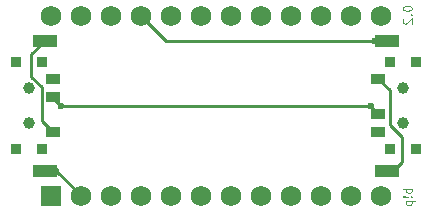
<source format=gbr>
%TF.GenerationSoftware,KiCad,Pcbnew,(6.0.4)*%
%TF.CreationDate,2022-10-25T23:06:37-04:00*%
%TF.ProjectId,battpack,62617474-7061-4636-9b2e-6b696361645f,v1.0.0*%
%TF.SameCoordinates,Original*%
%TF.FileFunction,Copper,L2,Bot*%
%TF.FilePolarity,Positive*%
%FSLAX46Y46*%
G04 Gerber Fmt 4.6, Leading zero omitted, Abs format (unit mm)*
G04 Created by KiCad (PCBNEW (6.0.4)) date 2022-10-25 23:06:37*
%MOMM*%
%LPD*%
G01*
G04 APERTURE LIST*
%ADD10C,0.050000*%
%TA.AperFunction,NonConductor*%
%ADD11C,0.050000*%
%TD*%
%TA.AperFunction,WasherPad*%
%ADD12C,1.000000*%
%TD*%
%TA.AperFunction,ComponentPad*%
%ADD13C,0.600000*%
%TD*%
%TA.AperFunction,SMDPad,CuDef*%
%ADD14R,1.250000X0.900000*%
%TD*%
%TA.AperFunction,SMDPad,CuDef*%
%ADD15R,0.900000X0.900000*%
%TD*%
%TA.AperFunction,SMDPad,CuDef*%
%ADD16R,2.000000X1.000000*%
%TD*%
%TA.AperFunction,ComponentPad*%
%ADD17R,1.752600X1.752600*%
%TD*%
%TA.AperFunction,ComponentPad*%
%ADD18C,1.752600*%
%TD*%
%TA.AperFunction,Conductor*%
%ADD19C,0.250000*%
%TD*%
G04 APERTURE END LIST*
D10*
D11*
X16589285Y-7021428D02*
X15839285Y-7021428D01*
X16125000Y-7021428D02*
X16089285Y-7092857D01*
X16089285Y-7235714D01*
X16125000Y-7307142D01*
X16160714Y-7342857D01*
X16232142Y-7378571D01*
X16446428Y-7378571D01*
X16517857Y-7342857D01*
X16553571Y-7307142D01*
X16589285Y-7235714D01*
X16589285Y-7092857D01*
X16553571Y-7021428D01*
X16517857Y-7700000D02*
X16553571Y-7735714D01*
X16589285Y-7700000D01*
X16553571Y-7664285D01*
X16517857Y-7700000D01*
X16589285Y-7700000D01*
X16303571Y-7700000D02*
X15875000Y-7664285D01*
X15839285Y-7700000D01*
X15875000Y-7735714D01*
X16303571Y-7700000D01*
X15839285Y-7700000D01*
X16089285Y-8057142D02*
X16839285Y-8057142D01*
X16125000Y-8057142D02*
X16089285Y-8128571D01*
X16089285Y-8271428D01*
X16125000Y-8342857D01*
X16160714Y-8378571D01*
X16232142Y-8414285D01*
X16446428Y-8414285D01*
X16517857Y-8378571D01*
X16553571Y-8342857D01*
X16589285Y-8271428D01*
X16589285Y-8128571D01*
X16553571Y-8057142D01*
D10*
D11*
X15839285Y8271428D02*
X15839285Y8200000D01*
X15875000Y8128571D01*
X15910714Y8092857D01*
X15982142Y8057142D01*
X16125000Y8021428D01*
X16303571Y8021428D01*
X16446428Y8057142D01*
X16517857Y8092857D01*
X16553571Y8128571D01*
X16589285Y8200000D01*
X16589285Y8271428D01*
X16553571Y8342857D01*
X16517857Y8378571D01*
X16446428Y8414285D01*
X16303571Y8450000D01*
X16125000Y8450000D01*
X15982142Y8414285D01*
X15910714Y8378571D01*
X15875000Y8342857D01*
X15839285Y8271428D01*
X16517857Y7700000D02*
X16553571Y7664285D01*
X16589285Y7700000D01*
X16553571Y7735714D01*
X16517857Y7700000D01*
X16589285Y7700000D01*
X15910714Y7378571D02*
X15875000Y7342857D01*
X15839285Y7271428D01*
X15839285Y7092857D01*
X15875000Y7021428D01*
X15910714Y6985714D01*
X15982142Y6950000D01*
X16053571Y6950000D01*
X16160714Y6985714D01*
X16589285Y7414285D01*
X16589285Y6950000D01*
D12*
%TO.P,T1,*%
%TO.N,*%
X15850000Y-1500000D03*
X15850000Y1500000D03*
%TD*%
D13*
%TO.P,,1*%
%TO.N,GND*%
X13500000Y5500000D03*
%TD*%
%TO.P,,1*%
%TO.N,RAW*%
X13100000Y0D03*
%TD*%
D12*
%TO.P,T2,*%
%TO.N,*%
X-15850000Y1500000D03*
X-15850000Y-1500000D03*
%TD*%
D13*
%TO.P,,1*%
%TO.N,GND*%
X-13500000Y-5500000D03*
%TD*%
%TO.P,,1*%
%TO.N,RAW*%
X-13100000Y0D03*
%TD*%
D12*
%TO.P,T3,*%
%TO.N,*%
X15850000Y-1500000D03*
X15850000Y1500000D03*
D14*
%TO.P,T3,1*%
%TO.N,BAT*%
X13775000Y2250000D03*
%TO.P,T3,2*%
%TO.N,RAW*%
X13775000Y-750000D03*
%TO.P,T3,3*%
%TO.N,N/C*%
X13775000Y-2250000D03*
D15*
%TO.P,T3,*%
%TO.N,*%
X16950000Y-3700000D03*
X14750000Y-3700000D03*
X14750000Y3700000D03*
X16950000Y3700000D03*
%TD*%
D16*
%TO.P,PAD5,1*%
%TO.N,BAT*%
X14500000Y-5500000D03*
%TD*%
%TO.P,PAD6,1*%
%TO.N,GND*%
X14500000Y5500000D03*
%TD*%
D13*
%TO.P,,1*%
%TO.N,GND*%
X13500000Y5500000D03*
%TD*%
D12*
%TO.P,T4,*%
%TO.N,*%
X-15850000Y1500000D03*
X-15850000Y-1500000D03*
D14*
%TO.P,T4,1*%
%TO.N,BAT*%
X-13775000Y-2250000D03*
%TO.P,T4,2*%
%TO.N,RAW*%
X-13775000Y750000D03*
%TO.P,T4,3*%
%TO.N,N/C*%
X-13775000Y2250000D03*
D15*
%TO.P,T4,*%
%TO.N,*%
X-16950000Y3700000D03*
X-14750000Y3700000D03*
X-14750000Y-3700000D03*
X-16950000Y-3700000D03*
%TD*%
D16*
%TO.P,PAD7,1*%
%TO.N,BAT*%
X-14500000Y5500000D03*
%TD*%
%TO.P,PAD8,1*%
%TO.N,GND*%
X-14500000Y-5500000D03*
%TD*%
D13*
%TO.P,,1*%
%TO.N,GND*%
X-13500000Y-5500000D03*
%TD*%
D17*
%TO.P,,1*%
%TO.N,RAW*%
X-13970000Y-7620000D03*
D18*
%TO.P,,2*%
%TO.N,GND*%
X-11430000Y-7620000D03*
%TO.P,,3*%
%TO.N,RST*%
X-8890000Y-7620000D03*
%TO.P,,4*%
%TO.N,VCC*%
X-6350000Y-7620000D03*
%TO.P,,5*%
%TO.N,F4*%
X-3810000Y-7620000D03*
%TO.P,,6*%
%TO.N,F5*%
X-1270000Y-7620000D03*
%TO.P,,7*%
%TO.N,F6*%
X1270000Y-7620000D03*
%TO.P,,8*%
%TO.N,F7*%
X3810000Y-7620000D03*
%TO.P,,9*%
%TO.N,B1*%
X6350000Y-7620000D03*
%TO.P,,10*%
%TO.N,B3*%
X8890000Y-7620000D03*
%TO.P,,11*%
%TO.N,B2*%
X11430000Y-7620000D03*
%TO.P,,12*%
%TO.N,B6*%
X13970000Y-7620000D03*
%TO.P,,13*%
%TO.N,B5*%
X13970000Y7620000D03*
%TO.P,,14*%
%TO.N,B4*%
X11430000Y7620000D03*
%TO.P,,15*%
%TO.N,E6*%
X8890000Y7620000D03*
%TO.P,,16*%
%TO.N,D7*%
X6350000Y7620000D03*
%TO.P,,17*%
%TO.N,C6*%
X3810000Y7620000D03*
%TO.P,,18*%
%TO.N,D4*%
X1270000Y7620000D03*
%TO.P,,19*%
%TO.N,D0*%
X-1270000Y7620000D03*
%TO.P,,20*%
%TO.N,D1*%
X-3810000Y7620000D03*
%TO.P,,21*%
%TO.N,GND*%
X-6350000Y7620000D03*
%TO.P,,22*%
X-8890000Y7620000D03*
%TO.P,,23*%
%TO.N,D2*%
X-11430000Y7620000D03*
%TO.P,,24*%
%TO.N,D3*%
X-13970000Y7620000D03*
%TD*%
D19*
%TO.N,GND*%
X-11430000Y-7570000D02*
X-11430000Y-7620000D01*
X-13500000Y-5500000D02*
X-11430000Y-7570000D01*
X-4230000Y5500000D02*
X-6350000Y7620000D01*
X13500000Y5500000D02*
X-4230000Y5500000D01*
%TO.N,RAW*%
X13100000Y0D02*
X-13100000Y0D01*
%TO.N,BAT*%
X-15612721Y2428771D02*
X-14733676Y1549726D01*
X-15612721Y4387279D02*
X-15612721Y2428771D01*
X-14733676Y1549726D02*
X-14733676Y-1291324D01*
X-14500000Y5500000D02*
X-15612721Y4387279D01*
X-14733676Y-1291324D02*
X-13775000Y-2250000D01*
X14741815Y1283185D02*
X13775000Y2250000D01*
X14741815Y-1660419D02*
X14741815Y1283185D01*
X15750000Y-4750000D02*
X15750000Y-2668604D01*
X15750000Y-2668604D02*
X14741815Y-1660419D01*
X14500000Y-5500000D02*
X15000000Y-5500000D01*
X15000000Y-5500000D02*
X15750000Y-4750000D01*
%TO.N,RAW*%
X13775000Y-675000D02*
X13100000Y0D01*
X13775000Y-750000D02*
X13775000Y-675000D01*
X-13775000Y675000D02*
X-13100000Y0D01*
X-13775000Y750000D02*
X-13775000Y675000D01*
%TD*%
M02*

</source>
